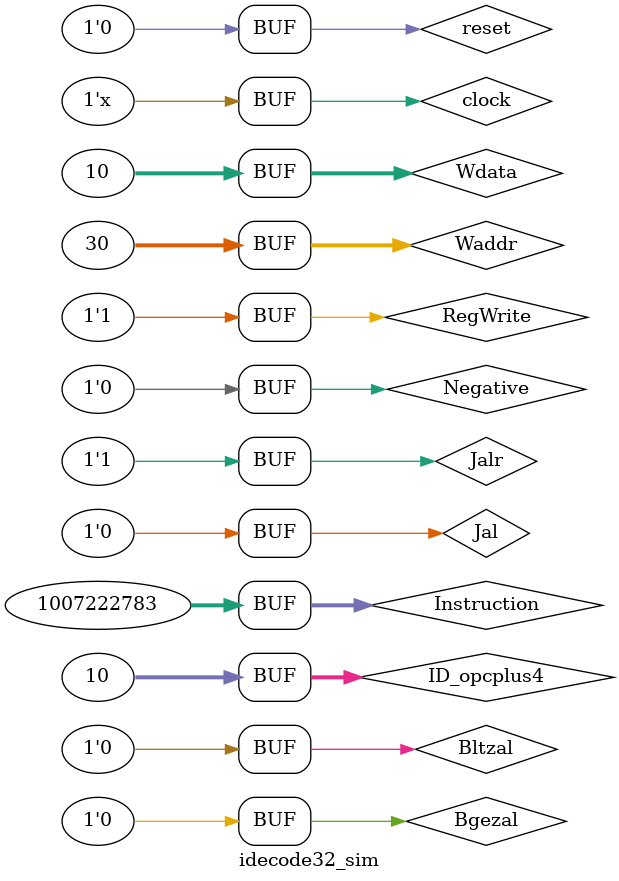
<source format=v>
`timescale 1ns / 1ps


module idecode32_sim(

    );
    //input
    reg reset = 1'b1;
    reg clock = 1'b0;
    reg [31:0] ID_opcplus4 = 32'h00000000;
    reg [31:0] Instruction = 32'h00000000;
    reg [31:0] Wdata = 32'h00000000;
    reg [31:0] Waddr = 32'h00000000;
    reg Jal = 1'b0;
    reg Jalr = 1'b0;
    reg Bgezal = 1'b0;
    reg Bltzal = 1'b0;
    reg Negative = 1'b0;
    reg RegWrite = 1'b0;
    //output
    wire [31:0] ID_Jpc;
    wire [31:0] read_data_1;
    wire [31:0] read_data_2;
    wire [4:0] write_address_1;
    wire [4:0] write_address_0;
    wire [31:0] write_data;
    wire [4:0] write_register_address;
    wire [31:0] sign_extend;
    wire [4:0] rs;
    wire [31:0] rd_data;
    
    idecode32 id_test(
           .reset        (reset),
           .clock        (clock),
           .ID_opcplus4  (ID_opcplus4),
           .Instruction  (Instruction),
           .Wdata        (Wdata),
           .Waddr        (Waddr),
           .Jal          (Jal),
           .Jalr         (Jalr),
           .Bgezal       (Bgezal),
           .Bltzal       (Bltzal),
           .Negative     (Negative),
           .RegWrite     (RegWrite),
           
           .ID_Jpc       (ID_Jpc),
           .read_data_1  (read_data_1),
           .read_data_2  (read_data_2),
           .write_address_1(write_address_1),
           .write_address_0(write_address_0),
           .write_data   (write_data),
           .write_register_address(write_register_address),
           .sign_extend  (sign_extend),
           .rs           (rs),
           .rd_data      (rd_data)
    );
    
    initial begin
      #200 reset = 1'b0;
      #200 begin//1
             Instruction = 32'h3c08ffff;//lui
           end
      #100 begin//2
             Instruction = 32'h2409003d;//addiu
           end
      #100 begin//3
             Instruction = 32'h01095020;
             RegWrite = 1'b1;//Ä£ÄâÕæÊµÇé¿ö£¬Ð´¼Ä´æÆ÷ÒªÍí3¸ö°ëÊ±ÖÓÖÜÆÚ£¬°ë¸öÊÇÒòÎªÔÚÏÂ½µÑØÐ´
           end
      #100 begin//4
             Instruction = 32'h0c000005;//jal
             ID_opcplus4 = 32'h00000001;
             Wdata = 32'hffff0000;
             Waddr = 5'h8;
           end
      #100 begin//5
             Instruction = 32'h00000000;//stallÒ»ÏÂ
             ID_opcplus4 = 32'h00000002;
             Wdata = 32'h0000003d;
             Waddr = 5'h9;
           end
      #100 begin//6
             Instruction = 32'h05910002;//bgezal
             ID_opcplus4 = 32'h00000003;
             Wdata = 32'hffff003d;
             Waddr = 5'ha;
           end
      #100 begin//7
             Instruction = 32'h04100003;
             ID_opcplus4 = 32'h00000004;
             Wdata = 32'h00000000;
             Waddr = 5'h0;
             Jal = 1'b1;
           end
      #100 begin//8
             Instruction = 32'h00000000;
             ID_opcplus4 = 32'h00000000;
             Wdata = 32'h00000030;
             Waddr = 5'h0;
             Jal = 1'b0;
           end;
      #100 begin//9
             Instruction = 32'h0000f009;
             ID_opcplus4 = 32'h00000006;
             Wdata = 32'hfffffffb;
             Waddr = 5'h11;
             Bgezal = 1'b1;
           end
      #100 begin//10
             Instruction = 32'h00000000;
             ID_opcplus4 = 32'h00000009;
             Wdata = 32'hfffffff0;
             Waddr = 5'h10;
             Bgezal = 1'b0;
             Bltzal = 1'b1;
           end
      #100 begin//11
             Instruction = 32'h3c08ffff;
             ID_opcplus4 = 32'h00000000;
             Wdata = 32'h00000000;
             Waddr = 5'h00;
             Bltzal = 1'b0;
           end
      #100 begin//12
             ID_opcplus4 = 32'h0000000a;
             Wdata = 32'h0000000a;
             Waddr = 5'h1e;
             Jalr = 1'b1;
           end 
    end
    always #100 clock = ~clock;
endmodule

</source>
